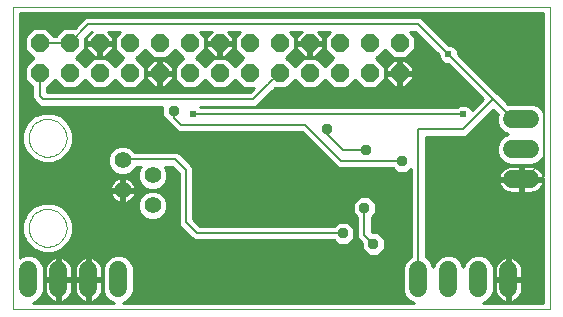
<source format=gbl>
G75*
G70*
%OFA0B0*%
%FSLAX24Y24*%
%IPPOS*%
%LPD*%
%AMOC8*
5,1,8,0,0,1.08239X$1,22.5*
%
%ADD10C,0.0000*%
%ADD11OC8,0.0600*%
%ADD12C,0.0600*%
%ADD13C,0.0560*%
%ADD14C,0.0100*%
%ADD15OC8,0.0356*%
%ADD16C,0.0060*%
%ADD17C,0.0070*%
%ADD18C,0.0240*%
D10*
X003055Y000150D02*
X003055Y010226D01*
X020925Y010226D01*
X020925Y000150D01*
X003055Y000150D01*
X003565Y002870D02*
X003567Y002920D01*
X003573Y002970D01*
X003583Y003019D01*
X003597Y003067D01*
X003614Y003114D01*
X003635Y003159D01*
X003660Y003203D01*
X003688Y003244D01*
X003720Y003283D01*
X003754Y003320D01*
X003791Y003354D01*
X003831Y003384D01*
X003873Y003411D01*
X003917Y003435D01*
X003963Y003456D01*
X004010Y003472D01*
X004058Y003485D01*
X004108Y003494D01*
X004157Y003499D01*
X004208Y003500D01*
X004258Y003497D01*
X004307Y003490D01*
X004356Y003479D01*
X004404Y003464D01*
X004450Y003446D01*
X004495Y003424D01*
X004538Y003398D01*
X004579Y003369D01*
X004618Y003337D01*
X004654Y003302D01*
X004686Y003264D01*
X004716Y003224D01*
X004743Y003181D01*
X004766Y003137D01*
X004785Y003091D01*
X004801Y003043D01*
X004813Y002994D01*
X004821Y002945D01*
X004825Y002895D01*
X004825Y002845D01*
X004821Y002795D01*
X004813Y002746D01*
X004801Y002697D01*
X004785Y002649D01*
X004766Y002603D01*
X004743Y002559D01*
X004716Y002516D01*
X004686Y002476D01*
X004654Y002438D01*
X004618Y002403D01*
X004579Y002371D01*
X004538Y002342D01*
X004495Y002316D01*
X004450Y002294D01*
X004404Y002276D01*
X004356Y002261D01*
X004307Y002250D01*
X004258Y002243D01*
X004208Y002240D01*
X004157Y002241D01*
X004108Y002246D01*
X004058Y002255D01*
X004010Y002268D01*
X003963Y002284D01*
X003917Y002305D01*
X003873Y002329D01*
X003831Y002356D01*
X003791Y002386D01*
X003754Y002420D01*
X003720Y002457D01*
X003688Y002496D01*
X003660Y002537D01*
X003635Y002581D01*
X003614Y002626D01*
X003597Y002673D01*
X003583Y002721D01*
X003573Y002770D01*
X003567Y002820D01*
X003565Y002870D01*
X003565Y005870D02*
X003567Y005920D01*
X003573Y005970D01*
X003583Y006019D01*
X003597Y006067D01*
X003614Y006114D01*
X003635Y006159D01*
X003660Y006203D01*
X003688Y006244D01*
X003720Y006283D01*
X003754Y006320D01*
X003791Y006354D01*
X003831Y006384D01*
X003873Y006411D01*
X003917Y006435D01*
X003963Y006456D01*
X004010Y006472D01*
X004058Y006485D01*
X004108Y006494D01*
X004157Y006499D01*
X004208Y006500D01*
X004258Y006497D01*
X004307Y006490D01*
X004356Y006479D01*
X004404Y006464D01*
X004450Y006446D01*
X004495Y006424D01*
X004538Y006398D01*
X004579Y006369D01*
X004618Y006337D01*
X004654Y006302D01*
X004686Y006264D01*
X004716Y006224D01*
X004743Y006181D01*
X004766Y006137D01*
X004785Y006091D01*
X004801Y006043D01*
X004813Y005994D01*
X004821Y005945D01*
X004825Y005895D01*
X004825Y005845D01*
X004821Y005795D01*
X004813Y005746D01*
X004801Y005697D01*
X004785Y005649D01*
X004766Y005603D01*
X004743Y005559D01*
X004716Y005516D01*
X004686Y005476D01*
X004654Y005438D01*
X004618Y005403D01*
X004579Y005371D01*
X004538Y005342D01*
X004495Y005316D01*
X004450Y005294D01*
X004404Y005276D01*
X004356Y005261D01*
X004307Y005250D01*
X004258Y005243D01*
X004208Y005240D01*
X004157Y005241D01*
X004108Y005246D01*
X004058Y005255D01*
X004010Y005268D01*
X003963Y005284D01*
X003917Y005305D01*
X003873Y005329D01*
X003831Y005356D01*
X003791Y005386D01*
X003754Y005420D01*
X003720Y005457D01*
X003688Y005496D01*
X003660Y005537D01*
X003635Y005581D01*
X003614Y005626D01*
X003597Y005673D01*
X003583Y005721D01*
X003573Y005770D01*
X003567Y005820D01*
X003565Y005870D01*
D11*
X003935Y008030D03*
X004935Y008030D03*
X005935Y008030D03*
X006935Y008030D03*
X007935Y008030D03*
X008935Y008030D03*
X009935Y008030D03*
X010935Y008030D03*
X011935Y008030D03*
X012935Y008030D03*
X013935Y008030D03*
X014935Y008030D03*
X015935Y008030D03*
X015935Y009030D03*
X014935Y009030D03*
X013935Y009030D03*
X012935Y009030D03*
X011935Y009030D03*
X010935Y009030D03*
X009935Y009030D03*
X008935Y009030D03*
X007935Y009030D03*
X006935Y009030D03*
X005935Y009030D03*
X004935Y009030D03*
X003935Y009030D03*
D12*
X003555Y001450D02*
X003555Y000850D01*
X004555Y000850D02*
X004555Y001450D01*
X005555Y001450D02*
X005555Y000850D01*
X006555Y000850D02*
X006555Y001450D01*
X016555Y001450D02*
X016555Y000850D01*
X017555Y000850D02*
X017555Y001450D01*
X018555Y001450D02*
X018555Y000850D01*
X019555Y000850D02*
X019555Y001450D01*
X019675Y004490D02*
X020275Y004490D01*
X020275Y005490D02*
X019675Y005490D01*
X019675Y006490D02*
X020275Y006490D01*
D13*
X007695Y004620D03*
X006695Y004120D03*
X007695Y003620D03*
X006695Y005120D03*
D14*
X007139Y004910D02*
X007292Y004910D01*
X007280Y004898D01*
X007205Y004717D01*
X007205Y004523D01*
X007280Y004342D01*
X007418Y004205D01*
X007598Y004130D01*
X007793Y004130D01*
X007973Y004205D01*
X008111Y004342D01*
X008185Y004523D01*
X008185Y004717D01*
X008111Y004898D01*
X008098Y004910D01*
X008356Y004910D01*
X008575Y004691D01*
X008575Y003002D01*
X008612Y002914D01*
X008679Y002847D01*
X009039Y002487D01*
X009127Y002450D01*
X013726Y002450D01*
X013874Y002302D01*
X014196Y002302D01*
X014423Y002529D01*
X014423Y002851D01*
X014196Y003078D01*
X013874Y003078D01*
X013726Y002930D01*
X009275Y002930D01*
X009055Y003149D01*
X009055Y004838D01*
X009019Y004926D01*
X008659Y005286D01*
X008591Y005353D01*
X008503Y005390D01*
X007114Y005390D01*
X007111Y005398D01*
X006973Y005535D01*
X006793Y005610D01*
X006598Y005610D01*
X006418Y005535D01*
X006280Y005398D01*
X006205Y005217D01*
X006205Y005023D01*
X006280Y004842D01*
X006418Y004705D01*
X006598Y004630D01*
X006793Y004630D01*
X006973Y004705D01*
X007111Y004842D01*
X007139Y004910D01*
X007128Y004886D02*
X007275Y004886D01*
X007234Y004787D02*
X007055Y004787D01*
X006934Y004689D02*
X007205Y004689D01*
X007205Y004590D02*
X003265Y004590D01*
X003265Y004492D02*
X006477Y004492D01*
X006470Y004488D02*
X006415Y004448D01*
X006367Y004400D01*
X006327Y004345D01*
X006297Y004285D01*
X006276Y004221D01*
X006266Y004159D01*
X006657Y004159D01*
X006657Y004549D01*
X006594Y004539D01*
X006530Y004518D01*
X006470Y004488D01*
X006362Y004393D02*
X003265Y004393D01*
X003265Y004295D02*
X006301Y004295D01*
X006272Y004196D02*
X003265Y004196D01*
X003265Y004098D02*
X006657Y004098D01*
X006657Y004081D02*
X006266Y004081D01*
X006276Y004019D01*
X006297Y003955D01*
X006327Y003895D01*
X006367Y003840D01*
X006415Y003792D01*
X006470Y003752D01*
X006530Y003722D01*
X006594Y003701D01*
X006657Y003691D01*
X006657Y004081D01*
X006734Y004081D01*
X006734Y004159D01*
X006657Y004159D01*
X006657Y004081D01*
X006734Y004081D02*
X006734Y003691D01*
X006796Y003701D01*
X006860Y003722D01*
X006920Y003752D01*
X006975Y003792D01*
X007023Y003840D01*
X007063Y003895D01*
X007094Y003955D01*
X007115Y004019D01*
X007124Y004081D01*
X006734Y004081D01*
X006734Y004098D02*
X007567Y004098D01*
X007598Y004110D02*
X007418Y004035D01*
X007280Y003898D01*
X007205Y003717D01*
X007205Y003523D01*
X007280Y003342D01*
X007418Y003205D01*
X007598Y003130D01*
X007793Y003130D01*
X007973Y003205D01*
X008111Y003342D01*
X008185Y003523D01*
X008185Y003717D01*
X008111Y003898D01*
X007973Y004035D01*
X007793Y004110D01*
X007598Y004110D01*
X007438Y004196D02*
X007118Y004196D01*
X007115Y004221D02*
X007094Y004285D01*
X007063Y004345D01*
X007023Y004400D01*
X006975Y004448D01*
X006920Y004488D01*
X006860Y004518D01*
X006796Y004539D01*
X006734Y004549D01*
X006734Y004159D01*
X007124Y004159D01*
X007115Y004221D01*
X007089Y004295D02*
X007328Y004295D01*
X007259Y004393D02*
X007028Y004393D01*
X006913Y004492D02*
X007218Y004492D01*
X006734Y004492D02*
X006657Y004492D01*
X006657Y004393D02*
X006734Y004393D01*
X006734Y004295D02*
X006657Y004295D01*
X006657Y004196D02*
X006734Y004196D01*
X006734Y003999D02*
X006657Y003999D01*
X006657Y003901D02*
X006734Y003901D01*
X006734Y003802D02*
X006657Y003802D01*
X006657Y003704D02*
X006734Y003704D01*
X006805Y003704D02*
X007205Y003704D01*
X007205Y003605D02*
X004615Y003605D01*
X004671Y003582D02*
X004362Y003710D01*
X004028Y003710D01*
X003719Y003582D01*
X003483Y003346D01*
X003355Y003037D01*
X003355Y002703D01*
X003483Y002394D01*
X003719Y002158D01*
X004028Y002030D01*
X004362Y002030D01*
X004671Y002158D01*
X004907Y002394D01*
X005035Y002703D01*
X005035Y003037D01*
X004907Y003346D01*
X004671Y003582D01*
X004746Y003507D02*
X007212Y003507D01*
X007253Y003408D02*
X004845Y003408D01*
X004922Y003310D02*
X007313Y003310D01*
X007411Y003211D02*
X004963Y003211D01*
X005004Y003113D02*
X008575Y003113D01*
X008575Y003211D02*
X007979Y003211D01*
X008078Y003310D02*
X008575Y003310D01*
X008575Y003408D02*
X008138Y003408D01*
X008178Y003507D02*
X008575Y003507D01*
X008575Y003605D02*
X008185Y003605D01*
X008185Y003704D02*
X008575Y003704D01*
X008575Y003802D02*
X008150Y003802D01*
X008108Y003901D02*
X008575Y003901D01*
X008575Y003999D02*
X008009Y003999D01*
X007823Y004098D02*
X008575Y004098D01*
X008575Y004196D02*
X007952Y004196D01*
X008063Y004295D02*
X008575Y004295D01*
X008575Y004393D02*
X008131Y004393D01*
X008172Y004492D02*
X008575Y004492D01*
X008575Y004590D02*
X008185Y004590D01*
X008185Y004689D02*
X008575Y004689D01*
X008479Y004787D02*
X008156Y004787D01*
X008116Y004886D02*
X008380Y004886D01*
X008764Y005181D02*
X013545Y005181D01*
X013643Y005083D02*
X008862Y005083D01*
X008961Y004984D02*
X013742Y004984D01*
X013839Y004887D02*
X013927Y004850D01*
X015706Y004850D01*
X015854Y004702D01*
X016176Y004702D01*
X016315Y004841D01*
X016315Y001903D01*
X016266Y001882D01*
X016123Y001739D01*
X016045Y001551D01*
X016045Y000749D01*
X016123Y000561D01*
X016266Y000418D01*
X016405Y000360D01*
X006705Y000360D01*
X006844Y000418D01*
X006987Y000561D01*
X007065Y000749D01*
X007065Y001551D01*
X006987Y001739D01*
X006844Y001882D01*
X006657Y001960D01*
X006454Y001960D01*
X006266Y001882D01*
X006123Y001739D01*
X006045Y001551D01*
X006045Y000749D01*
X006123Y000561D01*
X006266Y000418D01*
X006405Y000360D01*
X003705Y000360D01*
X003844Y000418D01*
X003987Y000561D01*
X004065Y000749D01*
X004065Y001551D01*
X003987Y001739D01*
X003844Y001882D01*
X003657Y001960D01*
X003454Y001960D01*
X003266Y001882D01*
X003265Y001881D01*
X003265Y010016D01*
X020715Y010016D01*
X020715Y006760D01*
X020707Y006779D01*
X020564Y006922D01*
X020377Y007000D01*
X019574Y007000D01*
X019553Y006991D01*
X019259Y007286D01*
X019191Y007353D01*
X017885Y008659D01*
X017885Y008716D01*
X017835Y008837D01*
X017742Y008930D01*
X017621Y008980D01*
X017565Y008980D01*
X016691Y009853D01*
X016603Y009890D01*
X005616Y009890D01*
X005604Y009895D01*
X005506Y009895D01*
X005416Y009858D01*
X005099Y009540D01*
X004724Y009540D01*
X004459Y009275D01*
X004411Y009275D01*
X004146Y009540D01*
X003724Y009540D01*
X003425Y009241D01*
X003425Y008819D01*
X003714Y008530D01*
X003425Y008241D01*
X003425Y007819D01*
X003690Y007554D01*
X003690Y007221D01*
X003727Y007131D01*
X003916Y006942D01*
X004006Y006905D01*
X004104Y006905D01*
X004116Y006910D01*
X008007Y006910D01*
X008007Y006609D01*
X008170Y006446D01*
X008192Y006394D01*
X008259Y006327D01*
X008499Y006087D01*
X008587Y006050D01*
X012676Y006050D01*
X013839Y004887D01*
X013842Y004886D02*
X009035Y004886D01*
X009055Y004787D02*
X015769Y004787D01*
X016261Y004787D02*
X016315Y004787D01*
X016315Y004689D02*
X009055Y004689D01*
X009055Y004590D02*
X016315Y004590D01*
X016315Y004492D02*
X009055Y004492D01*
X009055Y004393D02*
X016315Y004393D01*
X016315Y004295D02*
X009055Y004295D01*
X009055Y004196D02*
X016315Y004196D01*
X016315Y004098D02*
X009055Y004098D01*
X009055Y003999D02*
X016315Y003999D01*
X016315Y003901D02*
X014933Y003901D01*
X014916Y003918D02*
X014594Y003918D01*
X014367Y003691D01*
X014367Y003369D01*
X014515Y003221D01*
X014515Y002582D01*
X014552Y002494D01*
X014667Y002379D01*
X014667Y002169D01*
X014894Y001942D01*
X015216Y001942D01*
X015443Y002169D01*
X015443Y002491D01*
X015216Y002718D01*
X015006Y002718D01*
X014995Y002729D01*
X014995Y003221D01*
X015143Y003369D01*
X015143Y003691D01*
X014916Y003918D01*
X015032Y003802D02*
X016315Y003802D01*
X016315Y003704D02*
X015130Y003704D01*
X015143Y003605D02*
X016315Y003605D01*
X016315Y003507D02*
X015143Y003507D01*
X015143Y003408D02*
X016315Y003408D01*
X016315Y003310D02*
X015083Y003310D01*
X014995Y003211D02*
X016315Y003211D01*
X016315Y003113D02*
X014995Y003113D01*
X014995Y003014D02*
X016315Y003014D01*
X016315Y002916D02*
X014995Y002916D01*
X014995Y002817D02*
X016315Y002817D01*
X016315Y002719D02*
X015006Y002719D01*
X015314Y002620D02*
X016315Y002620D01*
X016315Y002522D02*
X015412Y002522D01*
X015443Y002423D02*
X016315Y002423D01*
X016315Y002325D02*
X015443Y002325D01*
X015443Y002226D02*
X016315Y002226D01*
X016315Y002128D02*
X015401Y002128D01*
X015303Y002029D02*
X016315Y002029D01*
X016315Y001931D02*
X006728Y001931D01*
X006894Y001832D02*
X016216Y001832D01*
X016121Y001734D02*
X006990Y001734D01*
X007031Y001635D02*
X016080Y001635D01*
X016045Y001537D02*
X007065Y001537D01*
X007065Y001438D02*
X016045Y001438D01*
X016045Y001340D02*
X007065Y001340D01*
X007065Y001241D02*
X016045Y001241D01*
X016045Y001143D02*
X007065Y001143D01*
X007065Y001044D02*
X016045Y001044D01*
X016045Y000946D02*
X007065Y000946D01*
X007065Y000847D02*
X016045Y000847D01*
X016045Y000749D02*
X007065Y000749D01*
X007024Y000650D02*
X016086Y000650D01*
X016132Y000551D02*
X006978Y000551D01*
X006879Y000453D02*
X016231Y000453D01*
X017055Y001576D02*
X016987Y001739D01*
X016844Y001882D01*
X016795Y001903D01*
X016795Y005910D01*
X018103Y005910D01*
X018191Y005947D01*
X019055Y006811D01*
X019197Y006669D01*
X019165Y006591D01*
X019165Y006389D01*
X019243Y006201D01*
X019386Y006058D01*
X019550Y005990D01*
X019386Y005922D01*
X019243Y005779D01*
X019165Y005591D01*
X019165Y005389D01*
X019243Y005201D01*
X019386Y005058D01*
X019574Y004980D01*
X020377Y004980D01*
X020564Y005058D01*
X020707Y005201D01*
X020715Y005220D01*
X020715Y004588D01*
X020714Y004595D01*
X020692Y004663D01*
X020660Y004726D01*
X020618Y004783D01*
X020568Y004833D01*
X020511Y004875D01*
X020448Y004907D01*
X020380Y004929D01*
X020311Y004940D01*
X020025Y004940D01*
X020025Y004540D01*
X019925Y004540D01*
X019925Y004440D01*
X019227Y004440D01*
X019236Y004385D01*
X019258Y004317D01*
X019290Y004254D01*
X019332Y004197D01*
X019382Y004147D01*
X019439Y004105D01*
X019502Y004073D01*
X019570Y004051D01*
X019640Y004040D01*
X019925Y004040D01*
X019925Y004440D01*
X020025Y004440D01*
X020025Y004040D01*
X020311Y004040D01*
X020380Y004051D01*
X020448Y004073D01*
X020511Y004105D01*
X020568Y004147D01*
X020618Y004197D01*
X020660Y004254D01*
X020692Y004317D01*
X020714Y004385D01*
X020715Y004392D01*
X020715Y000360D01*
X018705Y000360D01*
X018844Y000418D01*
X018987Y000561D01*
X019065Y000749D01*
X019065Y001551D01*
X018987Y001739D01*
X018844Y001882D01*
X018657Y001960D01*
X018454Y001960D01*
X018266Y001882D01*
X018123Y001739D01*
X018055Y001576D01*
X017987Y001739D01*
X017844Y001882D01*
X017657Y001960D01*
X017454Y001960D01*
X017266Y001882D01*
X017123Y001739D01*
X017055Y001576D01*
X017031Y001635D02*
X017080Y001635D01*
X017121Y001734D02*
X016990Y001734D01*
X016894Y001832D02*
X017216Y001832D01*
X017382Y001931D02*
X016795Y001931D01*
X016795Y002029D02*
X020715Y002029D01*
X020715Y001931D02*
X018728Y001931D01*
X018894Y001832D02*
X019315Y001832D01*
X019319Y001835D02*
X019262Y001793D01*
X019212Y001743D01*
X019170Y001686D01*
X019138Y001623D01*
X019116Y001555D01*
X019105Y001485D01*
X019105Y001200D01*
X019505Y001200D01*
X019505Y001100D01*
X019105Y001100D01*
X019105Y000815D01*
X019116Y000745D01*
X019138Y000677D01*
X019170Y000614D01*
X019212Y000557D01*
X019262Y000507D01*
X019319Y000465D01*
X019382Y000433D01*
X019450Y000411D01*
X019505Y000402D01*
X019505Y001100D01*
X019605Y001100D01*
X019605Y000402D01*
X019660Y000411D01*
X019728Y000433D01*
X019791Y000465D01*
X019848Y000507D01*
X019898Y000557D01*
X019940Y000614D01*
X019972Y000677D01*
X019994Y000745D01*
X020005Y000815D01*
X020005Y001100D01*
X019605Y001100D01*
X019605Y001200D01*
X019505Y001200D01*
X019505Y001898D01*
X019450Y001889D01*
X019382Y001867D01*
X019319Y001835D01*
X019205Y001734D02*
X018990Y001734D01*
X019031Y001635D02*
X019144Y001635D01*
X019113Y001537D02*
X019065Y001537D01*
X019065Y001438D02*
X019105Y001438D01*
X019105Y001340D02*
X019065Y001340D01*
X019065Y001241D02*
X019105Y001241D01*
X019065Y001143D02*
X019505Y001143D01*
X019505Y001241D02*
X019605Y001241D01*
X019605Y001200D02*
X019605Y001898D01*
X019660Y001889D01*
X019728Y001867D01*
X019791Y001835D01*
X019848Y001793D01*
X019898Y001743D01*
X019940Y001686D01*
X019972Y001623D01*
X019994Y001555D01*
X020005Y001485D01*
X020005Y001200D01*
X019605Y001200D01*
X019605Y001143D02*
X020715Y001143D01*
X020715Y001241D02*
X020005Y001241D01*
X020005Y001340D02*
X020715Y001340D01*
X020715Y001438D02*
X020005Y001438D01*
X019997Y001537D02*
X020715Y001537D01*
X020715Y001635D02*
X019966Y001635D01*
X019905Y001734D02*
X020715Y001734D01*
X020715Y001832D02*
X019795Y001832D01*
X019605Y001832D02*
X019505Y001832D01*
X019505Y001734D02*
X019605Y001734D01*
X019605Y001635D02*
X019505Y001635D01*
X019505Y001537D02*
X019605Y001537D01*
X019605Y001438D02*
X019505Y001438D01*
X019505Y001340D02*
X019605Y001340D01*
X019605Y001044D02*
X019505Y001044D01*
X019505Y000946D02*
X019605Y000946D01*
X019605Y000847D02*
X019505Y000847D01*
X019505Y000749D02*
X019605Y000749D01*
X019605Y000650D02*
X019505Y000650D01*
X019505Y000551D02*
X019605Y000551D01*
X019605Y000453D02*
X019505Y000453D01*
X019343Y000453D02*
X018879Y000453D01*
X018978Y000551D02*
X019217Y000551D01*
X019152Y000650D02*
X019024Y000650D01*
X019065Y000749D02*
X019116Y000749D01*
X019105Y000847D02*
X019065Y000847D01*
X019065Y000946D02*
X019105Y000946D01*
X019105Y001044D02*
X019065Y001044D01*
X020005Y001044D02*
X020715Y001044D01*
X020715Y000946D02*
X020005Y000946D01*
X020005Y000847D02*
X020715Y000847D01*
X020715Y000749D02*
X019995Y000749D01*
X019958Y000650D02*
X020715Y000650D01*
X020715Y000551D02*
X019893Y000551D01*
X019767Y000453D02*
X020715Y000453D01*
X018080Y001635D02*
X018031Y001635D01*
X017990Y001734D02*
X018121Y001734D01*
X018216Y001832D02*
X017894Y001832D01*
X017728Y001931D02*
X018382Y001931D01*
X016795Y002128D02*
X020715Y002128D01*
X020715Y002226D02*
X016795Y002226D01*
X016795Y002325D02*
X020715Y002325D01*
X020715Y002423D02*
X016795Y002423D01*
X016795Y002522D02*
X020715Y002522D01*
X020715Y002620D02*
X016795Y002620D01*
X016795Y002719D02*
X020715Y002719D01*
X020715Y002817D02*
X016795Y002817D01*
X016795Y002916D02*
X020715Y002916D01*
X020715Y003014D02*
X016795Y003014D01*
X016795Y003113D02*
X020715Y003113D01*
X020715Y003211D02*
X016795Y003211D01*
X016795Y003310D02*
X020715Y003310D01*
X020715Y003408D02*
X016795Y003408D01*
X016795Y003507D02*
X020715Y003507D01*
X020715Y003605D02*
X016795Y003605D01*
X016795Y003704D02*
X020715Y003704D01*
X020715Y003802D02*
X016795Y003802D01*
X016795Y003901D02*
X020715Y003901D01*
X020715Y003999D02*
X016795Y003999D01*
X016795Y004098D02*
X019454Y004098D01*
X019333Y004196D02*
X016795Y004196D01*
X016795Y004295D02*
X019270Y004295D01*
X019235Y004393D02*
X016795Y004393D01*
X016795Y004492D02*
X019925Y004492D01*
X019925Y004540D02*
X019227Y004540D01*
X019236Y004595D01*
X019258Y004663D01*
X019290Y004726D01*
X019332Y004783D01*
X019382Y004833D01*
X019439Y004875D01*
X019502Y004907D01*
X019570Y004929D01*
X019640Y004940D01*
X019925Y004940D01*
X019925Y004540D01*
X019925Y004590D02*
X020025Y004590D01*
X020025Y004540D02*
X020715Y004540D01*
X020715Y004440D01*
X020025Y004440D01*
X020025Y004540D01*
X020025Y004492D02*
X020715Y004492D01*
X020715Y004590D02*
X020715Y004590D01*
X020715Y004689D02*
X020679Y004689D01*
X020715Y004787D02*
X020615Y004787D01*
X020715Y004886D02*
X020490Y004886D01*
X020386Y004984D02*
X020715Y004984D01*
X020715Y005083D02*
X020589Y005083D01*
X020687Y005181D02*
X020715Y005181D01*
X020025Y004886D02*
X019925Y004886D01*
X019925Y004787D02*
X020025Y004787D01*
X020025Y004689D02*
X019925Y004689D01*
X019460Y004886D02*
X016795Y004886D01*
X016795Y004984D02*
X019564Y004984D01*
X019361Y005083D02*
X016795Y005083D01*
X016795Y005181D02*
X019263Y005181D01*
X019210Y005280D02*
X016795Y005280D01*
X016795Y005378D02*
X019169Y005378D01*
X019165Y005477D02*
X016795Y005477D01*
X016795Y005575D02*
X019165Y005575D01*
X019199Y005674D02*
X016795Y005674D01*
X016795Y005772D02*
X019240Y005772D01*
X019334Y005871D02*
X016795Y005871D01*
X018214Y005969D02*
X019499Y005969D01*
X019376Y006068D02*
X018312Y006068D01*
X018411Y006166D02*
X019278Y006166D01*
X019216Y006265D02*
X018509Y006265D01*
X018608Y006363D02*
X019176Y006363D01*
X019165Y006462D02*
X018706Y006462D01*
X018805Y006560D02*
X019165Y006560D01*
X019193Y006659D02*
X018903Y006659D01*
X019002Y006757D02*
X019109Y006757D01*
X019492Y007053D02*
X020715Y007053D01*
X020715Y007151D02*
X019394Y007151D01*
X019295Y007250D02*
X020715Y007250D01*
X020715Y007348D02*
X019197Y007348D01*
X019098Y007447D02*
X020715Y007447D01*
X020715Y007545D02*
X019000Y007545D01*
X018901Y007644D02*
X020715Y007644D01*
X020715Y007742D02*
X018803Y007742D01*
X018704Y007841D02*
X020715Y007841D01*
X020715Y007939D02*
X018606Y007939D01*
X018507Y008038D02*
X020715Y008038D01*
X020715Y008136D02*
X018409Y008136D01*
X018310Y008235D02*
X020715Y008235D01*
X020715Y008333D02*
X018212Y008333D01*
X018113Y008432D02*
X020715Y008432D01*
X020715Y008530D02*
X018015Y008530D01*
X017916Y008629D02*
X020715Y008629D01*
X020715Y008727D02*
X017880Y008727D01*
X017840Y008826D02*
X020715Y008826D01*
X020715Y008924D02*
X017748Y008924D01*
X017522Y009023D02*
X020715Y009023D01*
X020715Y009121D02*
X017424Y009121D01*
X017325Y009220D02*
X020715Y009220D01*
X020715Y009318D02*
X017227Y009318D01*
X017128Y009417D02*
X020715Y009417D01*
X020715Y009515D02*
X017030Y009515D01*
X016931Y009614D02*
X020715Y009614D01*
X020715Y009712D02*
X016833Y009712D01*
X016734Y009811D02*
X020715Y009811D01*
X020715Y009909D02*
X003265Y009909D01*
X003265Y009811D02*
X005369Y009811D01*
X005271Y009712D02*
X003265Y009712D01*
X003265Y009614D02*
X005172Y009614D01*
X004699Y009515D02*
X004171Y009515D01*
X004270Y009417D02*
X004600Y009417D01*
X004502Y009318D02*
X004368Y009318D01*
X003699Y009515D02*
X003265Y009515D01*
X003265Y009417D02*
X003600Y009417D01*
X003502Y009318D02*
X003265Y009318D01*
X003265Y009220D02*
X003425Y009220D01*
X003425Y009121D02*
X003265Y009121D01*
X003265Y009023D02*
X003425Y009023D01*
X003425Y008924D02*
X003265Y008924D01*
X003265Y008826D02*
X003425Y008826D01*
X003517Y008727D02*
X003265Y008727D01*
X003265Y008629D02*
X003615Y008629D01*
X003714Y008530D02*
X003265Y008530D01*
X003265Y008432D02*
X003615Y008432D01*
X003517Y008333D02*
X003265Y008333D01*
X003265Y008235D02*
X003425Y008235D01*
X003425Y008136D02*
X003265Y008136D01*
X003265Y008038D02*
X003425Y008038D01*
X003425Y007939D02*
X003265Y007939D01*
X003265Y007841D02*
X003425Y007841D01*
X003502Y007742D02*
X003265Y007742D01*
X003265Y007644D02*
X003600Y007644D01*
X003690Y007545D02*
X003265Y007545D01*
X003265Y007447D02*
X003690Y007447D01*
X003690Y007348D02*
X003265Y007348D01*
X003265Y007250D02*
X003690Y007250D01*
X003719Y007151D02*
X003265Y007151D01*
X003265Y007053D02*
X003806Y007053D01*
X003905Y006954D02*
X003265Y006954D01*
X003265Y006856D02*
X008007Y006856D01*
X008007Y006757D02*
X003265Y006757D01*
X003265Y006659D02*
X003904Y006659D01*
X004028Y006710D02*
X003719Y006582D01*
X003483Y006346D01*
X003355Y006037D01*
X003355Y005703D01*
X003483Y005394D01*
X003719Y005158D01*
X004028Y005030D01*
X004362Y005030D01*
X004671Y005158D01*
X004907Y005394D01*
X005035Y005703D01*
X005035Y006037D01*
X004907Y006346D01*
X004671Y006582D01*
X004362Y006710D01*
X004028Y006710D01*
X003697Y006560D02*
X003265Y006560D01*
X003265Y006462D02*
X003599Y006462D01*
X003500Y006363D02*
X003265Y006363D01*
X003265Y006265D02*
X003449Y006265D01*
X003409Y006166D02*
X003265Y006166D01*
X003265Y006068D02*
X003368Y006068D01*
X003355Y005969D02*
X003265Y005969D01*
X003265Y005871D02*
X003355Y005871D01*
X003355Y005772D02*
X003265Y005772D01*
X003265Y005674D02*
X003367Y005674D01*
X003408Y005575D02*
X003265Y005575D01*
X003265Y005477D02*
X003449Y005477D01*
X003499Y005378D02*
X003265Y005378D01*
X003265Y005280D02*
X003598Y005280D01*
X003696Y005181D02*
X003265Y005181D01*
X003265Y005083D02*
X003901Y005083D01*
X004489Y005083D02*
X006205Y005083D01*
X006205Y005181D02*
X004694Y005181D01*
X004792Y005280D02*
X006231Y005280D01*
X006272Y005378D02*
X004891Y005378D01*
X004941Y005477D02*
X006359Y005477D01*
X006513Y005575D02*
X004982Y005575D01*
X005023Y005674D02*
X013052Y005674D01*
X012954Y005772D02*
X005035Y005772D01*
X005035Y005871D02*
X012855Y005871D01*
X012757Y005969D02*
X005035Y005969D01*
X005022Y006068D02*
X008545Y006068D01*
X008420Y006166D02*
X004982Y006166D01*
X004941Y006265D02*
X008321Y006265D01*
X008223Y006363D02*
X004890Y006363D01*
X004791Y006462D02*
X008155Y006462D01*
X008056Y006560D02*
X004693Y006560D01*
X004486Y006659D02*
X008007Y006659D01*
X009262Y006910D02*
X011007Y006910D01*
X011103Y006910D01*
X011191Y006947D01*
X011682Y007437D01*
X011694Y007442D01*
X011772Y007520D01*
X012146Y007520D01*
X012435Y007809D01*
X012724Y007520D01*
X013146Y007520D01*
X013435Y007809D01*
X013724Y007520D01*
X014146Y007520D01*
X014435Y007809D01*
X014724Y007520D01*
X015146Y007520D01*
X015445Y007819D01*
X015445Y008241D01*
X015156Y008530D01*
X015435Y008809D01*
X015724Y008520D01*
X016146Y008520D01*
X016445Y008819D01*
X016445Y009241D01*
X016276Y009410D01*
X016456Y009410D01*
X017225Y008641D01*
X017225Y008584D01*
X017275Y008463D01*
X017368Y008370D01*
X017489Y008320D01*
X017546Y008320D01*
X018716Y007150D01*
X018355Y006789D01*
X018335Y006837D01*
X018242Y006930D01*
X018121Y006980D01*
X017989Y006980D01*
X017868Y006930D01*
X017828Y006890D01*
X009282Y006890D01*
X009262Y006910D01*
X009146Y007520D02*
X008724Y007520D01*
X008425Y007819D01*
X008425Y008241D01*
X008714Y008530D01*
X008435Y008809D01*
X008146Y008520D01*
X007724Y008520D01*
X007435Y008809D01*
X007156Y008530D01*
X007445Y008241D01*
X007445Y007819D01*
X007146Y007520D01*
X006724Y007520D01*
X006435Y007809D01*
X006146Y007520D01*
X005724Y007520D01*
X005435Y007809D01*
X005146Y007520D01*
X004724Y007520D01*
X004435Y007809D01*
X004180Y007554D01*
X004180Y007390D01*
X010956Y007390D01*
X011086Y007520D01*
X010724Y007520D01*
X010435Y007809D01*
X010146Y007520D01*
X009724Y007520D01*
X009435Y007809D01*
X009146Y007520D01*
X009171Y007545D02*
X009699Y007545D01*
X009600Y007644D02*
X009270Y007644D01*
X009368Y007742D02*
X009502Y007742D01*
X010171Y007545D02*
X010699Y007545D01*
X010600Y007644D02*
X010270Y007644D01*
X010368Y007742D02*
X010502Y007742D01*
X011012Y007447D02*
X004180Y007447D01*
X004180Y007545D02*
X004699Y007545D01*
X004600Y007644D02*
X004270Y007644D01*
X004368Y007742D02*
X004502Y007742D01*
X005171Y007545D02*
X005699Y007545D01*
X005600Y007644D02*
X005270Y007644D01*
X005368Y007742D02*
X005502Y007742D01*
X006171Y007545D02*
X006699Y007545D01*
X006600Y007644D02*
X006270Y007644D01*
X006368Y007742D02*
X006502Y007742D01*
X007171Y007545D02*
X008699Y007545D01*
X008600Y007644D02*
X008185Y007644D01*
X008122Y007580D02*
X008385Y007844D01*
X008385Y007980D01*
X007985Y007980D01*
X007985Y007580D01*
X008122Y007580D01*
X007985Y007644D02*
X007885Y007644D01*
X007885Y007580D02*
X007885Y007980D01*
X007485Y007980D01*
X007485Y007844D01*
X007749Y007580D01*
X007885Y007580D01*
X007885Y007742D02*
X007985Y007742D01*
X007985Y007841D02*
X007885Y007841D01*
X007885Y007939D02*
X007985Y007939D01*
X007985Y007980D02*
X007885Y007980D01*
X007885Y008080D01*
X007485Y008080D01*
X007485Y008216D01*
X007749Y008480D01*
X007885Y008480D01*
X007885Y008080D01*
X007985Y008080D01*
X007985Y008480D01*
X008122Y008480D01*
X008385Y008216D01*
X008385Y008080D01*
X007985Y008080D01*
X007985Y007980D01*
X007985Y008038D02*
X008425Y008038D01*
X008425Y008136D02*
X008385Y008136D01*
X008367Y008235D02*
X008425Y008235D01*
X008517Y008333D02*
X008268Y008333D01*
X008170Y008432D02*
X008615Y008432D01*
X008714Y008530D02*
X008156Y008530D01*
X008255Y008629D02*
X008615Y008629D01*
X008517Y008727D02*
X008353Y008727D01*
X007985Y008432D02*
X007885Y008432D01*
X007885Y008333D02*
X007985Y008333D01*
X007985Y008235D02*
X007885Y008235D01*
X007885Y008136D02*
X007985Y008136D01*
X007885Y008038D02*
X007445Y008038D01*
X007445Y008136D02*
X007485Y008136D01*
X007503Y008235D02*
X007445Y008235D01*
X007353Y008333D02*
X007602Y008333D01*
X007700Y008432D02*
X007255Y008432D01*
X007156Y008530D02*
X007714Y008530D01*
X007615Y008629D02*
X007255Y008629D01*
X007353Y008727D02*
X007517Y008727D01*
X006714Y008530D02*
X006435Y008251D01*
X006146Y008540D01*
X005724Y008540D01*
X005435Y008251D01*
X005156Y008530D01*
X005445Y008819D01*
X005445Y009194D01*
X005662Y009410D01*
X005679Y009410D01*
X005485Y009216D01*
X005485Y009080D01*
X005885Y009080D01*
X005885Y008980D01*
X005485Y008980D01*
X005485Y008844D01*
X005749Y008580D01*
X005885Y008580D01*
X005885Y008980D01*
X005985Y008980D01*
X005985Y008580D01*
X006122Y008580D01*
X006385Y008844D01*
X006385Y008980D01*
X005985Y008980D01*
X005985Y009080D01*
X006385Y009080D01*
X006385Y009216D01*
X006192Y009410D01*
X006594Y009410D01*
X006425Y009241D01*
X006425Y008819D01*
X006714Y008530D01*
X006156Y008530D01*
X006170Y008629D02*
X006615Y008629D01*
X006517Y008727D02*
X006269Y008727D01*
X006367Y008826D02*
X006425Y008826D01*
X006425Y008924D02*
X006385Y008924D01*
X006425Y009023D02*
X005985Y009023D01*
X005985Y008924D02*
X005885Y008924D01*
X005885Y008826D02*
X005985Y008826D01*
X005985Y008727D02*
X005885Y008727D01*
X005885Y008629D02*
X005985Y008629D01*
X005700Y008629D02*
X005255Y008629D01*
X005353Y008727D02*
X005602Y008727D01*
X005503Y008826D02*
X005445Y008826D01*
X005445Y008924D02*
X005485Y008924D01*
X005445Y009023D02*
X005885Y009023D01*
X005485Y009121D02*
X005445Y009121D01*
X005471Y009220D02*
X005488Y009220D01*
X005570Y009318D02*
X005587Y009318D01*
X006283Y009318D02*
X006502Y009318D01*
X006425Y009220D02*
X006382Y009220D01*
X006385Y009121D02*
X006425Y009121D01*
X005714Y008530D02*
X005156Y008530D01*
X005255Y008432D02*
X005615Y008432D01*
X005517Y008333D02*
X005353Y008333D01*
X006255Y008432D02*
X006615Y008432D01*
X006517Y008333D02*
X006353Y008333D01*
X007445Y007939D02*
X007485Y007939D01*
X007488Y007841D02*
X007445Y007841D01*
X007368Y007742D02*
X007587Y007742D01*
X007685Y007644D02*
X007270Y007644D01*
X008284Y007742D02*
X008502Y007742D01*
X008425Y007841D02*
X008382Y007841D01*
X008385Y007939D02*
X008425Y007939D01*
X009156Y008530D02*
X009435Y008251D01*
X009724Y008540D01*
X010146Y008540D01*
X010435Y008251D01*
X010714Y008530D01*
X010425Y008819D01*
X010425Y009241D01*
X010594Y009410D01*
X010192Y009410D01*
X010385Y009216D01*
X010385Y009080D01*
X009985Y009080D01*
X009985Y008980D01*
X009985Y008580D01*
X010122Y008580D01*
X010385Y008844D01*
X010385Y008980D01*
X009985Y008980D01*
X009885Y008980D01*
X009485Y008980D01*
X009485Y008844D01*
X009749Y008580D01*
X009885Y008580D01*
X009885Y008980D01*
X009885Y009080D01*
X009485Y009080D01*
X009485Y009216D01*
X009679Y009410D01*
X009276Y009410D01*
X009445Y009241D01*
X009445Y008819D01*
X009156Y008530D01*
X009714Y008530D01*
X009700Y008629D02*
X009255Y008629D01*
X009353Y008727D02*
X009602Y008727D01*
X009503Y008826D02*
X009445Y008826D01*
X009445Y008924D02*
X009485Y008924D01*
X009445Y009023D02*
X009885Y009023D01*
X009885Y008924D02*
X009985Y008924D01*
X009985Y008826D02*
X009885Y008826D01*
X009885Y008727D02*
X009985Y008727D01*
X009985Y008629D02*
X009885Y008629D01*
X010170Y008629D02*
X010615Y008629D01*
X010517Y008727D02*
X010269Y008727D01*
X010367Y008826D02*
X010425Y008826D01*
X010425Y008924D02*
X010385Y008924D01*
X010425Y009023D02*
X009985Y009023D01*
X010385Y009121D02*
X010425Y009121D01*
X010425Y009220D02*
X010382Y009220D01*
X010283Y009318D02*
X010502Y009318D01*
X009587Y009318D02*
X009368Y009318D01*
X009445Y009220D02*
X009488Y009220D01*
X009485Y009121D02*
X009445Y009121D01*
X010156Y008530D02*
X010714Y008530D01*
X010615Y008432D02*
X010255Y008432D01*
X010353Y008333D02*
X010517Y008333D01*
X009615Y008432D02*
X009255Y008432D01*
X009353Y008333D02*
X009517Y008333D01*
X011593Y007348D02*
X018518Y007348D01*
X018616Y007250D02*
X011494Y007250D01*
X011396Y007151D02*
X018715Y007151D01*
X018618Y007053D02*
X011297Y007053D01*
X011199Y006954D02*
X017927Y006954D01*
X018183Y006954D02*
X018520Y006954D01*
X018421Y006856D02*
X018316Y006856D01*
X018419Y007447D02*
X011698Y007447D01*
X012171Y007545D02*
X012699Y007545D01*
X012600Y007644D02*
X012270Y007644D01*
X012368Y007742D02*
X012502Y007742D01*
X013171Y007545D02*
X013699Y007545D01*
X013600Y007644D02*
X013270Y007644D01*
X013368Y007742D02*
X013502Y007742D01*
X014171Y007545D02*
X014699Y007545D01*
X014600Y007644D02*
X014270Y007644D01*
X014368Y007742D02*
X014502Y007742D01*
X015171Y007545D02*
X018321Y007545D01*
X018222Y007644D02*
X016185Y007644D01*
X016122Y007580D02*
X016385Y007844D01*
X016385Y007980D01*
X015985Y007980D01*
X015985Y007580D01*
X016122Y007580D01*
X015985Y007644D02*
X015885Y007644D01*
X015885Y007580D02*
X015885Y007980D01*
X015485Y007980D01*
X015485Y007844D01*
X015749Y007580D01*
X015885Y007580D01*
X015885Y007742D02*
X015985Y007742D01*
X015985Y007841D02*
X015885Y007841D01*
X015885Y007939D02*
X015985Y007939D01*
X015985Y007980D02*
X015885Y007980D01*
X015885Y008080D01*
X015485Y008080D01*
X015485Y008216D01*
X015749Y008480D01*
X015885Y008480D01*
X015885Y008080D01*
X015985Y008080D01*
X015985Y008480D01*
X016122Y008480D01*
X016385Y008216D01*
X016385Y008080D01*
X015985Y008080D01*
X015985Y007980D01*
X015985Y008038D02*
X017828Y008038D01*
X017730Y008136D02*
X016385Y008136D01*
X016367Y008235D02*
X017631Y008235D01*
X017458Y008333D02*
X016268Y008333D01*
X016170Y008432D02*
X017307Y008432D01*
X017248Y008530D02*
X016156Y008530D01*
X016255Y008629D02*
X017225Y008629D01*
X017139Y008727D02*
X016353Y008727D01*
X016445Y008826D02*
X017040Y008826D01*
X016942Y008924D02*
X016445Y008924D01*
X016445Y009023D02*
X016843Y009023D01*
X016745Y009121D02*
X016445Y009121D01*
X016445Y009220D02*
X016646Y009220D01*
X016548Y009318D02*
X016368Y009318D01*
X015517Y008727D02*
X015353Y008727D01*
X015255Y008629D02*
X015615Y008629D01*
X015714Y008530D02*
X015156Y008530D01*
X015255Y008432D02*
X015700Y008432D01*
X015602Y008333D02*
X015353Y008333D01*
X015445Y008235D02*
X015503Y008235D01*
X015485Y008136D02*
X015445Y008136D01*
X015445Y008038D02*
X015885Y008038D01*
X015885Y008136D02*
X015985Y008136D01*
X015985Y008235D02*
X015885Y008235D01*
X015885Y008333D02*
X015985Y008333D01*
X015985Y008432D02*
X015885Y008432D01*
X015485Y007939D02*
X015445Y007939D01*
X015445Y007841D02*
X015488Y007841D01*
X015587Y007742D02*
X015368Y007742D01*
X015270Y007644D02*
X015685Y007644D01*
X016284Y007742D02*
X018124Y007742D01*
X018025Y007841D02*
X016382Y007841D01*
X016385Y007939D02*
X017927Y007939D01*
X020488Y006954D02*
X020715Y006954D01*
X020715Y006856D02*
X020631Y006856D01*
X019336Y004787D02*
X016795Y004787D01*
X016795Y004689D02*
X019271Y004689D01*
X019235Y004590D02*
X016795Y004590D01*
X014577Y003901D02*
X009055Y003901D01*
X009055Y003802D02*
X014478Y003802D01*
X014380Y003704D02*
X009055Y003704D01*
X009055Y003605D02*
X014367Y003605D01*
X014367Y003507D02*
X009055Y003507D01*
X009055Y003408D02*
X014367Y003408D01*
X014427Y003310D02*
X009055Y003310D01*
X009055Y003211D02*
X014515Y003211D01*
X014515Y003113D02*
X009092Y003113D01*
X009191Y003014D02*
X013810Y003014D01*
X014260Y003014D02*
X014515Y003014D01*
X014515Y002916D02*
X014358Y002916D01*
X014423Y002817D02*
X014515Y002817D01*
X014515Y002719D02*
X014423Y002719D01*
X014423Y002620D02*
X014515Y002620D01*
X014540Y002522D02*
X014415Y002522D01*
X014317Y002423D02*
X014623Y002423D01*
X014667Y002325D02*
X014218Y002325D01*
X013852Y002325D02*
X004837Y002325D01*
X004919Y002423D02*
X013753Y002423D01*
X014667Y002226D02*
X004739Y002226D01*
X004597Y002128D02*
X014709Y002128D01*
X014807Y002029D02*
X003265Y002029D01*
X003265Y001931D02*
X003382Y001931D01*
X003265Y002128D02*
X003793Y002128D01*
X003651Y002226D02*
X003265Y002226D01*
X003265Y002325D02*
X003553Y002325D01*
X003471Y002423D02*
X003265Y002423D01*
X003265Y002522D02*
X003430Y002522D01*
X003390Y002620D02*
X003265Y002620D01*
X003265Y002719D02*
X003355Y002719D01*
X003355Y002817D02*
X003265Y002817D01*
X003265Y002916D02*
X003355Y002916D01*
X003355Y003014D02*
X003265Y003014D01*
X003265Y003113D02*
X003386Y003113D01*
X003427Y003211D02*
X003265Y003211D01*
X003265Y003310D02*
X003468Y003310D01*
X003545Y003408D02*
X003265Y003408D01*
X003265Y003507D02*
X003644Y003507D01*
X003775Y003605D02*
X003265Y003605D01*
X003265Y003704D02*
X004013Y003704D01*
X004378Y003704D02*
X006585Y003704D01*
X006405Y003802D02*
X003265Y003802D01*
X003265Y003901D02*
X006324Y003901D01*
X006282Y003999D02*
X003265Y003999D01*
X003265Y004689D02*
X006456Y004689D01*
X006335Y004787D02*
X003265Y004787D01*
X003265Y004886D02*
X006262Y004886D01*
X006221Y004984D02*
X003265Y004984D01*
X006877Y005575D02*
X013151Y005575D01*
X013249Y005477D02*
X007032Y005477D01*
X008532Y005378D02*
X013348Y005378D01*
X013446Y005280D02*
X008665Y005280D01*
X007381Y003999D02*
X007108Y003999D01*
X007066Y003901D02*
X007283Y003901D01*
X007240Y003802D02*
X006985Y003802D01*
X008575Y003014D02*
X005035Y003014D01*
X005035Y002916D02*
X008611Y002916D01*
X008709Y002817D02*
X005035Y002817D01*
X005035Y002719D02*
X008807Y002719D01*
X008906Y002620D02*
X005001Y002620D01*
X004960Y002522D02*
X009004Y002522D01*
X006382Y001931D02*
X003728Y001931D01*
X003894Y001832D02*
X004315Y001832D01*
X004319Y001835D02*
X004262Y001793D01*
X004212Y001743D01*
X004170Y001686D01*
X004138Y001623D01*
X004116Y001555D01*
X004105Y001485D01*
X004105Y001200D01*
X004505Y001200D01*
X004505Y001100D01*
X004105Y001100D01*
X004105Y000815D01*
X004116Y000745D01*
X004138Y000677D01*
X004170Y000614D01*
X004212Y000557D01*
X004262Y000507D01*
X004319Y000465D01*
X004382Y000433D01*
X004450Y000411D01*
X004505Y000402D01*
X004505Y001100D01*
X004605Y001100D01*
X004605Y000402D01*
X004660Y000411D01*
X004728Y000433D01*
X004791Y000465D01*
X004848Y000507D01*
X004898Y000557D01*
X004940Y000614D01*
X004972Y000677D01*
X004994Y000745D01*
X005005Y000815D01*
X005005Y001100D01*
X004605Y001100D01*
X004605Y001200D01*
X004505Y001200D01*
X004505Y001898D01*
X004450Y001889D01*
X004382Y001867D01*
X004319Y001835D01*
X004205Y001734D02*
X003990Y001734D01*
X004031Y001635D02*
X004144Y001635D01*
X004113Y001537D02*
X004065Y001537D01*
X004065Y001438D02*
X004105Y001438D01*
X004105Y001340D02*
X004065Y001340D01*
X004065Y001241D02*
X004105Y001241D01*
X004065Y001143D02*
X004505Y001143D01*
X004505Y001241D02*
X004605Y001241D01*
X004605Y001200D02*
X004605Y001898D01*
X004660Y001889D01*
X004728Y001867D01*
X004791Y001835D01*
X004848Y001793D01*
X004898Y001743D01*
X004940Y001686D01*
X004972Y001623D01*
X004994Y001555D01*
X005005Y001485D01*
X005005Y001200D01*
X004605Y001200D01*
X004605Y001143D02*
X005505Y001143D01*
X005505Y001100D02*
X005505Y001200D01*
X005105Y001200D01*
X005105Y001485D01*
X005116Y001555D01*
X005138Y001623D01*
X005170Y001686D01*
X005212Y001743D01*
X005262Y001793D01*
X005319Y001835D01*
X005382Y001867D01*
X005450Y001889D01*
X005505Y001898D01*
X005505Y001200D01*
X005605Y001200D01*
X005605Y001898D01*
X005660Y001889D01*
X005728Y001867D01*
X005791Y001835D01*
X005848Y001793D01*
X005898Y001743D01*
X005940Y001686D01*
X005972Y001623D01*
X005994Y001555D01*
X006005Y001485D01*
X006005Y001200D01*
X005605Y001200D01*
X005605Y001100D01*
X005605Y000402D01*
X005660Y000411D01*
X005728Y000433D01*
X005791Y000465D01*
X005848Y000507D01*
X005898Y000557D01*
X005940Y000614D01*
X005972Y000677D01*
X005994Y000745D01*
X006005Y000815D01*
X006005Y001100D01*
X005605Y001100D01*
X005505Y001100D01*
X005105Y001100D01*
X005105Y000815D01*
X005116Y000745D01*
X005138Y000677D01*
X005170Y000614D01*
X005212Y000557D01*
X005262Y000507D01*
X005319Y000465D01*
X005382Y000433D01*
X005450Y000411D01*
X005505Y000402D01*
X005505Y001100D01*
X005505Y001044D02*
X005605Y001044D01*
X005605Y000946D02*
X005505Y000946D01*
X005505Y000847D02*
X005605Y000847D01*
X005605Y000749D02*
X005505Y000749D01*
X005505Y000650D02*
X005605Y000650D01*
X005605Y000551D02*
X005505Y000551D01*
X005505Y000453D02*
X005605Y000453D01*
X005767Y000453D02*
X006231Y000453D01*
X006132Y000551D02*
X005893Y000551D01*
X005958Y000650D02*
X006086Y000650D01*
X006045Y000749D02*
X005995Y000749D01*
X006005Y000847D02*
X006045Y000847D01*
X006045Y000946D02*
X006005Y000946D01*
X006005Y001044D02*
X006045Y001044D01*
X006045Y001143D02*
X005605Y001143D01*
X005605Y001241D02*
X005505Y001241D01*
X005505Y001340D02*
X005605Y001340D01*
X005605Y001438D02*
X005505Y001438D01*
X005505Y001537D02*
X005605Y001537D01*
X005605Y001635D02*
X005505Y001635D01*
X005505Y001734D02*
X005605Y001734D01*
X005605Y001832D02*
X005505Y001832D01*
X005315Y001832D02*
X004795Y001832D01*
X004905Y001734D02*
X005205Y001734D01*
X005144Y001635D02*
X004966Y001635D01*
X004997Y001537D02*
X005113Y001537D01*
X005105Y001438D02*
X005005Y001438D01*
X005005Y001340D02*
X005105Y001340D01*
X005105Y001241D02*
X005005Y001241D01*
X005005Y001044D02*
X005105Y001044D01*
X005105Y000946D02*
X005005Y000946D01*
X005005Y000847D02*
X005105Y000847D01*
X005116Y000749D02*
X004995Y000749D01*
X004958Y000650D02*
X005152Y000650D01*
X005217Y000551D02*
X004893Y000551D01*
X004767Y000453D02*
X005343Y000453D01*
X004605Y000453D02*
X004505Y000453D01*
X004505Y000551D02*
X004605Y000551D01*
X004605Y000650D02*
X004505Y000650D01*
X004505Y000749D02*
X004605Y000749D01*
X004605Y000847D02*
X004505Y000847D01*
X004505Y000946D02*
X004605Y000946D01*
X004605Y001044D02*
X004505Y001044D01*
X004505Y001340D02*
X004605Y001340D01*
X004605Y001438D02*
X004505Y001438D01*
X004505Y001537D02*
X004605Y001537D01*
X004605Y001635D02*
X004505Y001635D01*
X004505Y001734D02*
X004605Y001734D01*
X004605Y001832D02*
X004505Y001832D01*
X005795Y001832D02*
X006216Y001832D01*
X006121Y001734D02*
X005905Y001734D01*
X005966Y001635D02*
X006080Y001635D01*
X006045Y001537D02*
X005997Y001537D01*
X006005Y001438D02*
X006045Y001438D01*
X006045Y001340D02*
X006005Y001340D01*
X006005Y001241D02*
X006045Y001241D01*
X004343Y000453D02*
X003879Y000453D01*
X003978Y000551D02*
X004217Y000551D01*
X004152Y000650D02*
X004024Y000650D01*
X004065Y000749D02*
X004116Y000749D01*
X004105Y000847D02*
X004065Y000847D01*
X004065Y000946D02*
X004105Y000946D01*
X004105Y001044D02*
X004065Y001044D01*
X012156Y008530D02*
X012435Y008251D01*
X012724Y008540D01*
X013146Y008540D01*
X013435Y008251D01*
X013714Y008530D01*
X013425Y008819D01*
X013425Y009241D01*
X013594Y009410D01*
X013192Y009410D01*
X013385Y009216D01*
X013385Y009080D01*
X012985Y009080D01*
X012985Y008980D01*
X012985Y008580D01*
X013122Y008580D01*
X013385Y008844D01*
X013385Y008980D01*
X012985Y008980D01*
X012885Y008980D01*
X012485Y008980D01*
X012485Y008844D01*
X012749Y008580D01*
X012885Y008580D01*
X012885Y008980D01*
X012885Y009080D01*
X012485Y009080D01*
X012485Y009216D01*
X012679Y009410D01*
X012276Y009410D01*
X012445Y009241D01*
X012445Y008819D01*
X012156Y008530D01*
X012714Y008530D01*
X012700Y008629D02*
X012255Y008629D01*
X012353Y008727D02*
X012602Y008727D01*
X012503Y008826D02*
X012445Y008826D01*
X012445Y008924D02*
X012485Y008924D01*
X012445Y009023D02*
X012885Y009023D01*
X012885Y008924D02*
X012985Y008924D01*
X012985Y008826D02*
X012885Y008826D01*
X012885Y008727D02*
X012985Y008727D01*
X012985Y008629D02*
X012885Y008629D01*
X013170Y008629D02*
X013615Y008629D01*
X013517Y008727D02*
X013269Y008727D01*
X013367Y008826D02*
X013425Y008826D01*
X013425Y008924D02*
X013385Y008924D01*
X013425Y009023D02*
X012985Y009023D01*
X013385Y009121D02*
X013425Y009121D01*
X013425Y009220D02*
X013382Y009220D01*
X013283Y009318D02*
X013502Y009318D01*
X012587Y009318D02*
X012368Y009318D01*
X012445Y009220D02*
X012488Y009220D01*
X012485Y009121D02*
X012445Y009121D01*
X013156Y008530D02*
X013714Y008530D01*
X013615Y008432D02*
X013255Y008432D01*
X013353Y008333D02*
X013517Y008333D01*
X012615Y008432D02*
X012255Y008432D01*
X012353Y008333D02*
X012517Y008333D01*
X020715Y010008D02*
X003265Y010008D01*
X019925Y004393D02*
X020025Y004393D01*
X020025Y004295D02*
X019925Y004295D01*
X019925Y004196D02*
X020025Y004196D01*
X020025Y004098D02*
X019925Y004098D01*
X020496Y004098D02*
X020715Y004098D01*
X020715Y004196D02*
X020618Y004196D01*
X020681Y004295D02*
X020715Y004295D01*
D15*
X016015Y005090D03*
X014815Y005450D03*
X013495Y006170D03*
X014095Y004370D03*
X014755Y003530D03*
X014035Y002690D03*
X015055Y002330D03*
X008395Y006770D03*
D16*
X008395Y006530D01*
X008635Y006290D01*
X012775Y006290D01*
X013975Y005090D01*
X016015Y005090D01*
X014815Y005450D02*
X014035Y005450D01*
X013495Y005990D01*
X013495Y006170D01*
X011555Y007650D02*
X011055Y007150D01*
X004055Y007150D01*
X006695Y005120D02*
X006725Y005150D01*
X008455Y005150D01*
X008815Y004790D01*
X008815Y003050D01*
X009175Y002690D01*
X014035Y002690D01*
X014755Y002630D02*
X015055Y002330D01*
X014755Y002630D02*
X014755Y003530D01*
X014095Y004370D02*
X014095Y004430D01*
X014035Y004490D01*
X016555Y006150D02*
X018055Y006150D01*
X019055Y007150D01*
X017555Y008650D01*
X016555Y009650D01*
X005555Y009650D01*
X009055Y006650D02*
X018055Y006650D01*
X019055Y007150D02*
X019555Y006650D01*
X019975Y006490D01*
X020755Y006723D02*
X019409Y008070D01*
X020755Y006723D02*
X020755Y005150D01*
X020095Y004490D01*
X019975Y004490D01*
X016555Y006150D02*
X016555Y001150D01*
D17*
X004055Y007150D02*
X003935Y007270D01*
X003935Y008030D01*
X003935Y009030D02*
X004935Y009030D01*
X005555Y009650D01*
X011555Y007650D02*
X011935Y008030D01*
D18*
X009055Y006650D03*
X017555Y008650D03*
X018055Y006650D03*
M02*

</source>
